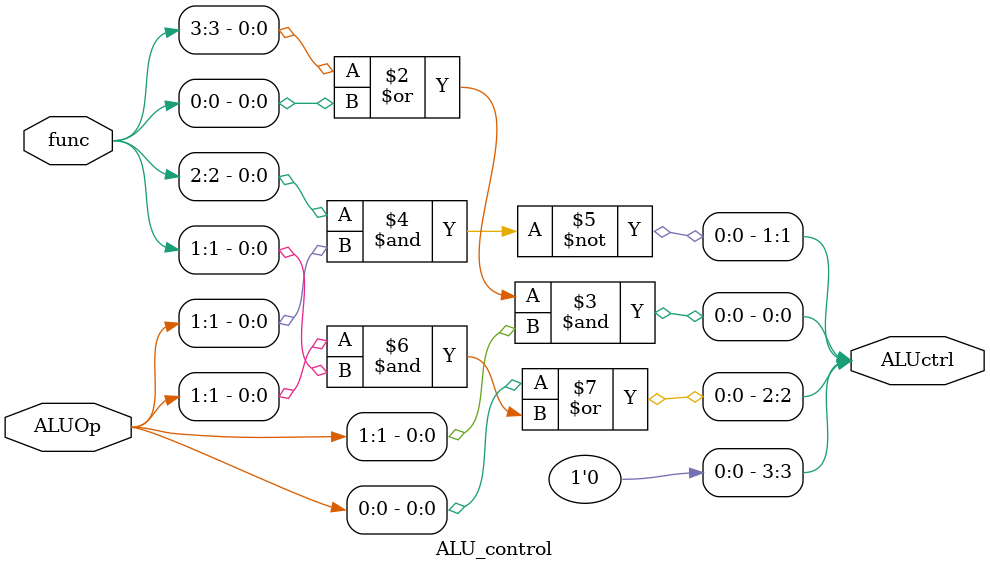
<source format=v>


module SingleCycle_MIPS(
    clk,
    rst_n,
    IR_addr,
    IR,
    RF_writedata,
    ReadDataMem,
    CEN,
    WEN,
    A,
    ReadData2,
    OEN
);

//==== in/out declaration =================================
    //-------- processor ----------------------------------
    input         clk, rst_n;
    input  [31:0] IR;
    output [31:0] IR_addr, RF_writedata;
    //-------- data memory --------------------------------
    input  [31:0] ReadDataMem;  // read_data from memory
    output        CEN;  // chip_enable, 0 when you read/write data from/to memory
    output        WEN;  // write_enable, 0 when you write data into SRAM & 1 when you read data from SRAM
    output [6:0]  A;  // address
    output [31:0] ReadData2;  // write_data to memory
    output        OEN;  // output_enable, 0

//==== reg/wire declaration ===============================
    integer       i;
    // 32 registers in the CPU
    reg  [31:0]   RF[31:0];
    // MUX results
    //wire [4:0]    Mux_RegDst;
    //wire [31:0]   MUX_MemtoReg, MUX_Address, MUX_Jump, MUX_Branch, MUX_Src;
    // ALU I/O
    wire [31:0]   ALUin1, ALUin2, ALUresult;
    wire [3:0]    ALUctrl;
    wire          ALUzero;
    // RF's data I/O
    wire [31:0]   ReadData1;
    wire [31:0]   WriteData;
    wire [4:0]    Reg_R1, Reg_R2, Reg_W;
    // PC
    reg  [31:0]   PC;
    wire [31:0]   PCin, PCnext, PCfinal, BranchAddr, JumpAddr, JumpRegAddr;
    wire [31:0]   NoJumpAddr, tempBranchAddr, NoJumpRegAddr;
    // Control Signals
    wire [1:0]    RegDst, MemtoReg, ALUOp;
    wire          Branch, MemRead, MemWrite, ALUsrc, RegWrite, Jump, JumpReg;
    // offset = IR[15:0] extension
    wire [31:0]   offset;

//==== submodule declaration ==============================
    ALU_control i_ALU_control(
        ALUOp,
        IR[5:0],
        ALUctrl
    );
    Control i_Control(
        IR[31:26],
        IR[5:0],
        RegDst,
        MemtoReg,
        ALUOp,
        Branch,
        MemRead,
        MemWrite,
        ALUsrc,
        RegWrite,
        Jump,
        JumpReg
    );
    SignExtendUnit i_SignExtend(
        IR[15:0],
        offset
    );
    ALU i_ALU(
        ALUin1,
        ALUin2,
        ALUctrl,
        ALUresult,
        ALUzero
    );

//==== combinational part =================================
    // PC part
    assign PCin            = PC;
    assign PCnext          = PCin + 4;
    assign tempBranchAddr  = offset << 2;
    assign BranchAddr      = PCnext + tempBranchAddr;
    assign NoJumpAddr      = (Branch & ALUzero) ? BranchAddr : PCnext;
    assign JumpRegAddr     = ReadData1;
    assign NoJumpRegAddr   = { {PCin[31:28]}, {IR[25:0]}, 2'b00};
    assign JumpAddr        = JumpReg ? JumpRegAddr : NoJumpRegAddr;
    assign PCfinal         = Jump ? JumpAddr : NoJumpAddr;
    assign IR_addr         = PC;

    // Registers part
    assign Reg_R1    = IR[25:21];
    assign Reg_R2    = IR[20:16];
    assign Reg_W     = RegDst[1] ? 5'd31 :
                       RegDst[0] ? IR[15:11] : IR[20:16];
    assign ReadData1 = RF[Reg_R1];
    assign ReadData2 = RF[Reg_R2];

    // ALU part
    assign ALUin1 = ReadData1;
    assign ALUin2 = ALUsrc ? offset : ReadData2;

    // Memory part
    assign A         = ALUresult[8:2];
    assign CEN       = ~(MemRead | MemWrite);
    assign WEN       = ~(MemWrite);
    assign OEN       = 0;
    assign WriteData = MemtoReg[1] ? PCnext :
                       MemtoReg[0] ? ReadDataMem : ALUresult;
    assign RF_writedata = WriteData;

//==== sequential part ====================================
    always@ (posedge clk) begin
        if(~rst_n) begin
            PC <= 32'd0;
            for (i = 0; i < 32; i = i+1)
                RF[i] = 32'd0;
        end
        else begin
            PC <= PCfinal;
            if(RegWrite == 1'b1)
                RF[Reg_W] <= WriteData;
            RF[0] <= 32'd0;
        end
    end

endmodule

// Sign Extension: extend 16-bits input to 32-bits output
module SignExtendUnit(data_i, data_o);

input   [15:0]  data_i;
output  [31:0]  data_o;

assign data_o = { {16{data_i[15]}} , data_i };

endmodule

// ALU
module ALU(
    ALUin1,
    ALUin2,
    ALUctrl,
    ALUresult,
    ALUzero
);

//==== in/out declaration =================================
    input    [31:0] ALUin1;
    input    [31:0] ALUin2;
    input    [3:0]  ALUctrl;
    output   [31:0] ALUresult;
    output          ALUzero;
    reg      [31:0] tempResult;

//==== combinational part =================================
    assign ALUzero   = (ALUresult == 32'd0) ? 1 : 0;
    assign ALUresult = tempResult;
    always@ (*) begin
        case(ALUctrl)
            4'b0000:
                tempResult = ALUin1 & ALUin2;
            4'b0001:
                tempResult = ALUin1 | ALUin2;
            4'b0010:
                tempResult = ALUin1 + ALUin2;
            4'b0110:
                tempResult = ALUin1 - ALUin2;
            4'b0111:
                tempResult = (ALUin1 < ALUin2) ? 32'd1 : 32'd0;
            4'b1100:
                tempResult = ~(ALUin1 | ALUin2);
            default:
                tempResult = 32'd0;
        endcase
    end
endmodule

// Control signals
module Control(
    Op,
    func,
    RegDst,
    MemtoReg,
    ALUOp,
    Branch,
    MemRead,
    MemWrite,
    ALUsrc,
    RegWrite,
    Jump,
    JumpReg
);

//==== in/out declaration =================================
    input    [5:0] Op;
    input    [5:0] func;
    output   [1:0] RegDst, MemtoReg, ALUOp;
    output         Branch, MemRead, MemWrite, ALUsrc, RegWrite, Jump, JumpReg;

//==== reg/wire declaration ===============================
    wire     R, J, lw, sw, jal;
    //wire R_format, lw, sw, beq, jump, jr, jal;

//==== combinational part =================================

    assign R           = ~(Op[5] | Op[2]);  //R type
    assign J           = (~Op[5]) & Op[1];  //J type
    assign lw          = Op[5] & (~Op[3]);  //lw type
    assign sw          = Op[5] & Op[3];     //sw type
    assign jal         = (~Op[5]) & Op[0];

    assign RegDst[1]   = J;
    assign RegDst[0]   = ~Op[5];
    assign MemtoReg[1] = J;
    assign MemtoReg[0] = Op[5];
    assign ALUOp[1]    = R;
    assign ALUOp[0]    = Op[2];
    assign Branch      = ~Op[5] & Op[2];
    assign MemRead     = lw;
    assign MemWrite    = sw;
    assign ALUsrc      = Op[5];
    assign RegWrite    = lw | (R & func[5]) | jal;
    assign Jump        = (~func[5] & R) | J;
    assign JumpReg     = ~Op[1];

endmodule

// ALU control signals
module ALU_control(
    ALUOp,
    func,
    ALUctrl
);

//==== in/out declaration =================================
    input    [1:0] ALUOp;
    input    [5:0] func;
    output   [3:0] ALUctrl;

//==== combinational part =================================
    assign ALUctrl[3] = 1'b0;
    assign ALUctrl[0] = (func[3] | func[0]) & ALUOp[1];
    assign ALUctrl[1] = ~(func[2] & ALUOp[1]);
    assign ALUctrl[2] = ALUOp[0] | (ALUOp[1] & func[1]);

endmodule

</source>
